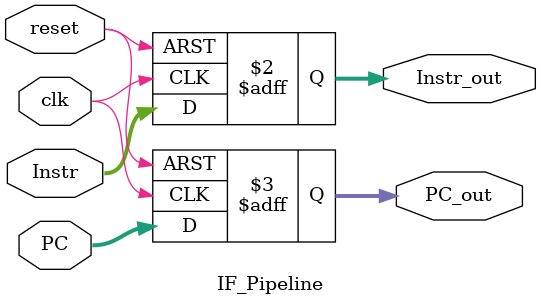
<source format=sv>
module IF_Pipeline(input clk, reset,
						input logic[31:0] Instr, PC,
						output logic[31:0] Instr_out, PC_out
);
	always_ff@(posedge clk, posedge reset)
		if(reset) begin
			Instr_out = 32'b0;
			PC_out = 32'b0;
		end
		else begin
			Instr_out = Instr;
			PC_out = PC;
		end
		
endmodule 
</source>
